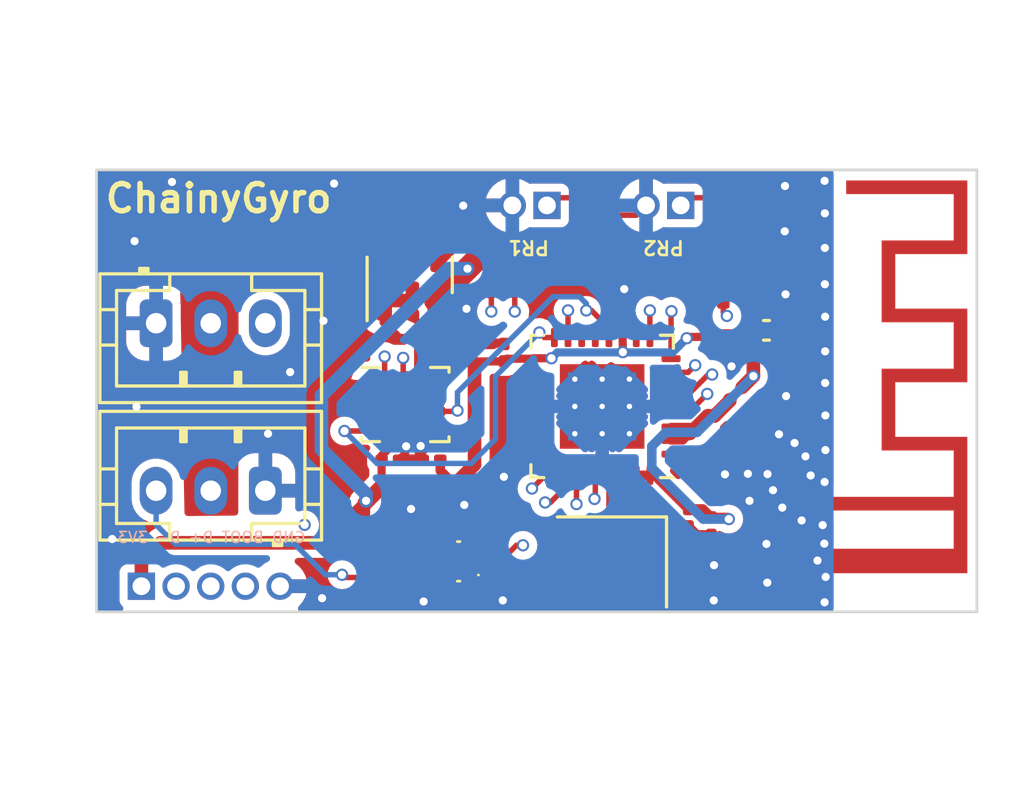
<source format=kicad_pcb>
(kicad_pcb (version 20221018) (generator pcbnew)
  (layers (0 "F.Cu" signal) (1 "In1.Cu" signal) (2 "In2.Cu" signal) (31 "B.Cu" signal) (34 "B.Paste" user) (35 "F.Paste" user) (36 "B.SilkS" user "B.Silkscreen") (37 "F.SilkS" user "F.Silkscreen") (38 "B.Mask" user) (39 "F.Mask" user) (44 "Edge.Cuts" user))
  (net 0 "")
  (net 1 "BOOT")
  (net 2 "SCL")
  (net 3 "GND")
  (net 4 "SDA")
  (net 5 "VIN")
  (net 6 "PR1")
  (net 7 "PR2")
  (net 8 "INT1")
  (net 9 "INT2")
  (net 12 "+3V3")
  (net 13 "Net-(C5-Pad1)")
  (net 14 "XTAL_N")
  (net 15 "Net-(IC1-VDD3P3_1)")
  (net 16 "Net-(IC1-CHIP_EN)")
  (net 17 "RX")
  (net 18 "USB_D-")
  (net 19 "USB_D+")
  (net 21 "Net-(IC2-1A)")
  (net 22 "XTAL_P")
  (net 23 "TX")
  (net 35 "LNA")
  (net 36 "Net-(AE1-Pad2)")
  (footprint "RF_Antenna:Texas_SWRA117D_2.4GHz_Left" (layer "F.Cu") (at 141.75 100.735 -90)
    (fp_text reference "AE1" hide)
    (fp_text value "PCB Antenna 2.4GHz 50Ohm")
    (fp_poly (pts (xy -2.45 -2.51) (xy -4.45 -2.51) (xy -4.45 -5.15) (xy -7.15 -5.15) (xy -7.15 -2.51) (xy -9.15 -2.51) (xy -9.15 -5.15) (xy -11.85 -5.15) (xy -11.85 -0.71) (xy -11.35 -0.71) (xy -11.35 -4.65) (xy -9.65 -4.65) (xy -9.65 -2.01) (xy -6.65 -2.01) (xy -6.65 -4.65) (xy -4.95 -4.65) (xy -4.95 -2.01) (xy -1.95 -2.01) (xy -1.95 -4.65) (xy -0.25 -4.65) (xy -0.25 0.25) (xy 0.25 0.25) (xy 0.25 -4.65) (xy 1.65 -4.65) (xy 1.65 0.25) (xy 2.55 0.25) (xy 2.55 0.006785) (xy 2.247583 0.006785) (xy 2.237742 0.054395) (xy 2.213674 0.096797) (xy 2.175731 0.129581) (xy 2.167819 0.133935) (xy 2.125156 0.146043) (xy 2.076637 0.1453) (xy 2.031122 0.1324) (xy 2.012511 0.121787) (xy 1.978868 0.086553) (xy 1.958309 0.041368) (xy 1.951778 -0.008158) (xy 1.960218 -0.056417) (xy 1.977112 -0.088643) (xy 2.012372 -0.121313) (xy 2.057682 -0.141408) (xy 2.107267 -0.147982) (xy 2.155353 -0.140092) (xy 2.188245 -0.123186) (xy 2.223185 -0.086416) (xy 2.242847 -0.041622) (xy 2.247583 0.006785) (xy 2.55 0.006785) (xy 2.55 -5.15) (xy -2.45 -5.15) (xy -2.45 -2.51)) (fill solid) (layer "F.Cu"))
    (pad "1" smd rect (at 2.1 0 270) (size 0.9 0.5) (layers "F.Cu") (net 3 "GND"))
    (pad "2" connect rect (at 0 0 270) (size 0.5 0.5) (layers "F.Cu") (net 36 "Net-(AE1-Pad2)"))
  )
  (footprint "Resistor_SMD:R_0201_0603Metric" (layer "F.Cu") (at 129.93 103.03 -90)
    (fp_text reference "R5" hide)
    (fp_text value "499R")
    (pad "1" smd roundrect (at -0.32 0 270) (size 0.46 0.4) (layers "F.Cu" "F.Mask") (net 23 "TX"))
    (pad "2" smd roundrect (at 0.32 0 270) (size 0.46 0.4) (layers "F.Cu" "F.Mask") (net 21 "Net-(IC2-1A)"))
  )
  (footprint "Capacitor_SMD:C_0201_0603Metric" (layer "F.Cu") (at 124.35 92.46 -90)
    (fp_text reference "C15" hide)
    (fp_text value "1uF")
    (pad "1" smd roundrect (at -0.32 0 270) (size 0.46 0.4) (layers "F.Cu" "F.Mask") (net 5 "VIN"))
    (pad "2" smd roundrect (at 0.32 0 270) (size 0.46 0.4) (layers "F.Cu" "F.Mask") (net 3 "GND"))
  )
  (footprint "Inductor_SMD:L_0201_0603Metric" (layer "F.Cu") (at 138.275 98.91)
    (fp_text reference "L2" hide)
    (fp_text value "2.2nH")
    (pad "1" smd roundrect (at -0.32 0) (size 0.46 0.4) (layers "F.Cu" "F.Mask") (net 35 "LNA"))
    (pad "2" smd roundrect (at 0.32 0) (size 0.46 0.4) (layers "F.Cu" "F.Mask") (net 36 "Net-(AE1-Pad2)"))
  )
  (footprint "Capacitor_SMD:C_0201_0603Metric" (layer "F.Cu") (at 139.41 95.35)
    (fp_text reference "C4" hide)
    (fp_text value "100nF")
    (pad "1" smd roundrect (at -0.32 0) (size 0.46 0.4) (layers "F.Cu" "F.Mask") (net 12 "+3V3"))
    (pad "2" smd roundrect (at 0.32 0) (size 0.46 0.4) (layers "F.Cu" "F.Mask") (net 3 "GND"))
  )
  (footprint "Capacitor_SMD:C_0201_0603Metric" (layer "F.Cu") (at 139.41 98.565 90)
    (fp_text reference "C13" hide)
    (fp_text value "3.3pF")
    (pad "1" smd roundrect (at -0.32 0 90) (size 0.46 0.4) (layers "F.Cu" "F.Mask") (net 36 "Net-(AE1-Pad2)"))
    (pad "2" smd roundrect (at 0.32 0 90) (size 0.46 0.4) (layers "F.Cu" "F.Mask") (net 3 "GND"))
  )
  (footprint "Capacitor_SMD:C_0201_0603Metric" (layer "F.Cu") (at 136.68 101.25 -90)
    (fp_text reference "C9" hide)
    (fp_text value "1uF")
    (pad "1" smd roundrect (at -0.32 0 270) (size 0.46 0.4) (layers "F.Cu" "F.Mask") (net 12 "+3V3"))
    (pad "2" smd roundrect (at 0.32 0 270) (size 0.46 0.4) (layers "F.Cu" "F.Mask") (net 3 "GND"))
  )
  (footprint "Package_TO_SOT_SMD:SOT-23" (layer "F.Cu") (at 126.47 92.35 90)
    (fp_text reference "U1" hide)
    (fp_text value "H7233-1")
    (pad "1" smd roundrect (at -0.9375 -0.95 90) (size 1.475 0.6) (layers "F.Cu" "F.Paste" "F.Mask") (net 3 "GND"))
    (pad "2" smd roundrect (at -0.9375 0.95 90) (size 1.475 0.6) (layers "F.Cu" "F.Paste" "F.Mask") (net 12 "+3V3"))
    (pad "3" smd roundrect (at 0.9375 0 90) (size 1.475 0.6) (layers "F.Cu" "F.Paste" "F.Mask") (net 5 "VIN"))
  )
  (footprint "Capacitor_SMD:C_0201_0603Metric" (layer "F.Cu") (at 138.75 89.84 -90)
    (fp_text reference "C3" hide)
    (fp_text value "100nF")
    (pad "1" smd roundrect (at -0.32 0 270) (size 0.46 0.4) (layers "F.Cu" "F.Mask") (net 7 "PR2"))
    (pad "2" smd roundrect (at 0.32 0 270) (size 0.46 0.4) (layers "F.Cu" "F.Mask") (net 3 "GND"))
  )
  (footprint "Resistor_SMD:R_0201_0603Metric" (layer "F.Cu") (at 129.44 92.65 -90)
    (fp_text reference "R8" hide)
    (fp_text value "10k")
    (pad "1" smd roundrect (at -0.32 0 270) (size 0.46 0.4) (layers "F.Cu" "F.Mask") (net 12 "+3V3"))
    (pad "2" smd roundrect (at 0.32 0 270) (size 0.46 0.4) (layers "F.Cu" "F.Mask") (net 4 "SDA"))
  )
  (footprint "Package_LGA:LGA-14_3x2.5mm_P0.5mm_LayoutBorder3x4y" (layer "F.Cu") (at 126.3 97.1)
    (fp_text reference "U2" hide)
    (fp_text value "LSM6DS3TR-C" hide)
    (pad "1" smd roundrect (at -1.1625 -0.75) (size 0.625 0.35) (layers "F.Cu" "F.Paste" "F.Mask") (net 3 "GND"))
    (pad "2" smd roundrect (at -1.1625 -0.25) (size 0.625 0.35) (layers "F.Cu" "F.Paste" "F.Mask") (net 3 "GND"))
    (pad "3" smd roundrect (at -1.1625 0.25) (size 0.625 0.35) (layers "F.Cu" "F.Paste" "F.Mask") (net 3 "GND"))
    (pad "4" smd roundrect (at -1.1625 0.75) (size 0.625 0.35) (layers "F.Cu" "F.Paste" "F.Mask") (net 8 "INT1"))
    (pad "5" smd roundrect (at -0.5 0.9125) (size 0.35 0.625) (layers "F.Cu" "F.Paste" "F.Mask") (net 12 "+3V3"))
    (pad "6" smd roundrect (at 0 0.9125) (size 0.35 0.625) (layers "F.Cu" "F.Paste" "F.Mask") (net 3 "GND"))
    (pad "7" smd roundrect (at 0.5 0.9125) (size 0.35 0.625) (layers "F.Cu" "F.Paste" "F.Mask") (net 3 "GND"))
    (pad "8" smd roundrect (at 1.1625 0.75) (size 0.625 0.35) (layers "F.Cu" "F.Paste" "F.Mask") (net 12 "+3V3"))
    (pad "9" smd roundrect (at 1.1625 0.25) (size 0.625 0.35) (layers "F.Cu" "F.Paste" "F.Mask") (net 9 "INT2"))
    (pad "10" smd roundrect (at 1.1625 -0.25) (size 0.625 0.35) (layers "F.Cu" "F.Paste" "F.Mask"))
    (pad "11" smd roundrect (at 1.1625 -0.75) (size 0.625 0.35) (layers "F.Cu" "F.Paste" "F.Mask"))
    (pad "12" smd roundrect (at 0.5 -0.9125) (size 0.35 0.625) (layers "F.Cu" "F.Paste" "F.Mask") (net 12 "+3V3"))
    (pad "13" smd roundrect (at 0 -0.9125) (size 0.35 0.625) (layers "F.Cu" "F.Paste" "F.Mask") (net 2 "SCL"))
    (pad "14" smd roundrect (at -0.5 -0.9125) (size 0.35 0.625) (layers "F.Cu" "F.Paste" "F.Mask") (net 4 "SDA"))
  )
  (footprint "Capacitor_SMD:C_0201_0603Metric" (layer "F.Cu") (at 131.31 103.35 90)
    (fp_text reference "C8" hide)
    (fp_text value "16pF")
    (pad "1" smd roundrect (at -0.32 0 90) (size 0.46 0.4) (layers "F.Cu" "F.Mask") (net 14 "XTAL_N"))
    (pad "2" smd roundrect (at 0.32 0 90) (size 0.46 0.4) (layers "F.Cu" "F.Mask") (net 3 "GND"))
  )
  (footprint "Resistor_SMD:R_0201_0603Metric" (layer "F.Cu") (at 126.09 103.12 90)
    (fp_text reference "R6" hide)
    (fp_text value "10k")
    (pad "1" smd roundrect (at -0.32 0 90) (size 0.46 0.4) (layers "F.Cu" "F.Mask") (net 17 "RX"))
    (pad "2" smd roundrect (at 0.32 0 90) (size 0.46 0.4) (layers "F.Cu" "F.Mask") (net 12 "+3V3"))
  )
  (footprint "Inductor_SMD:L_0201_0603Metric" (layer "F.Cu") (at 138.426274 96.693726 -135)
    (fp_text reference "L1" hide)
    (fp_text value "2nH")
    (pad "1" smd roundrect (at -0.32 0 225) (size 0.46 0.4) (layers "F.Cu" "F.Mask") (net 12 "+3V3"))
    (pad "2" smd roundrect (at 0.32 0 225) (size 0.46 0.4) (layers "F.Cu" "F.Mask") (net 15 "Net-(IC1-VDD3P3_1)"))
  )
  (footprint "Connector_JST:JST_PH_B3B-PH-K_1x03_P2.00mm_Vertical" (layer "F.Cu") (at 117.18 94.12)
    (fp_text reference "J1" hide)
    (fp_text value "Conn_01x03_Female")
    (pad "1" thru_hole roundrect (at 0 0) (size 1.2 1.75) (drill 0.75) (layers "*.Cu" "*.Mask") (roundrect_rratio 0.2083333333) (net 3 "GND"))
    (pad "2" thru_hole oval (at 2 0) (size 1.2 1.75) (drill 0.75) (layers "*.Cu" "*.Mask") (net 5 "VIN"))
    (pad "3" thru_hole oval (at 4 0) (size 1.2 1.75) (drill 0.75) (layers "*.Cu" "*.Mask") (net 17 "RX"))
  )
  (footprint "Resistor_SMD:R_0201_0603Metric" (layer "F.Cu") (at 130.29 92.64 -90)
    (fp_text reference "R7" hide)
    (fp_text value "10k")
    (pad "1" smd roundrect (at -0.32 0 270) (size 0.46 0.4) (layers "F.Cu" "F.Mask") (net 12 "+3V3"))
    (pad "2" smd roundrect (at 0.32 0 270) (size 0.46 0.4) (layers "F.Cu" "F.Mask") (net 2 "SCL"))
  )
  (footprint "Capacitor_SMD:C_0201_0603Metric" (layer "F.Cu") (at 126.86 102.485 90)
    (fp_text reference "C17" hide)
    (fp_text value "100nF")
    (pad "1" smd roundrect (at -0.32 0 90) (size 0.46 0.4) (layers "F.Cu" "F.Mask") (net 12 "+3V3"))
    (pad "2" smd roundrect (at 0.32 0 90) (size 0.46 0.4) (layers "F.Cu" "F.Mask") (net 3 "GND"))
  )
  (footprint "Capacitor_SMD:C_0201_0603Metric" (layer "F.Cu") (at 136.5 103.13 -90)
    (fp_text reference "C5" hide)
    (fp_text value "16pF")
    (pad "1" smd roundrect (at -0.32 0 270) (size 0.46 0.4) (layers "F.Cu" "F.Mask") (net 13 "Net-(C5-Pad1)"))
    (pad "2" smd roundrect (at 0.32 0 270) (size 0.46 0.4) (layers "F.Cu" "F.Mask") (net 3 "GND"))
  )
  (footprint "Connector_JST:JST_PH_B3B-PH-K_1x03_P2.00mm_Vertical" (layer "F.Cu") (at 121.18 100.26 180)
    (fp_text reference "J2" hide)
    (fp_text value "Conn_01x03_Female")
    (pad "1" thru_hole roundrect (at 0 0 180) (size 1.2 1.75) (drill 0.75) (layers "*.Cu" "*.Mask") (roundrect_rratio 0.2083333333) (net 3 "GND"))
    (pad "2" thru_hole oval (at 2 0 180) (size 1.2 1.75) (drill 0.75) (layers "*.Cu" "*.Mask") (net 5 "VIN"))
    (pad "3" thru_hole oval (at 4 0 180) (size 1.2 1.75) (drill 0.75) (layers "*.Cu" "*.Mask") (net 17 "RX"))
  )
  (footprint "Capacitor_SMD:C_0402_1005Metric" (layer "F.Cu") (at 139.54 94.38)
    (fp_text reference "C2" hide)
    (fp_text value "10uF")
    (pad "1" smd roundrect (at -0.48 0) (size 0.56 0.62) (layers "F.Cu" "F.Paste" "F.Mask") (net 12 "+3V3"))
    (pad "2" smd roundrect (at 0.48 0) (size 0.56 0.62) (layers "F.Cu" "F.Paste" "F.Mask") (net 3 "GND"))
  )
  (footprint "Capacitor_SMD:C_0201_0603Metric" (layer "F.Cu") (at 125.76 99.13)
    (fp_text reference "C18" hide)
    (fp_text value "100nF")
    (pad "1" smd roundrect (at -0.32 0) (size 0.46 0.4) (layers "F.Cu" "F.Mask") (net 12 "+3V3"))
    (pad "2" smd roundrect (at 0.32 0) (size 0.46 0.4) (layers "F.Cu" "F.Mask") (net 3 "GND"))
  )
  (footprint "Capacitor_SMD:C_0201_0603Metric" (layer "F.Cu") (at 129.93 95.2 90)
    (fp_text reference "C14" hide)
    (fp_text value "100nF")
    (pad "1" smd roundrect (at -0.32 0 90) (size 0.46 0.4) (layers "F.Cu" "F.Mask") (net 12 "+3V3"))
    (pad "2" smd roundrect (at 0.32 0 90) (size 0.46 0.4) (layers "F.Cu" "F.Mask") (net 3 "GND"))
  )
  (footprint "Package_DFN_QFN:QFN-32-1EP_5x5mm_P0.5mm_EP3.1x3.1mm_ThermalVias" (layer "F.Cu") (at 133.52 97.17 180)
    (fp_text reference "IC1" hide)
    (fp_text value "ESP32-C3FH4")
    (pad "1" smd roundrect (at -2.525 -1.75 180) (size 0.7 0.25) (layers "F.Cu" "F.Paste" "F.Mask") (net 35 "LNA"))
    (pad "2" smd roundrect (at -2.525 -1.25 180) (size 0.7 0.25) (layers "F.Cu" "F.Paste" "F.Mask") (net 15 "Net-(IC1-VDD3P3_1)"))
    (pad "3" smd roundrect (at -2.525 -0.75 180) (size 0.7 0.25) (layers "F.Cu" "F.Paste" "F.Mask") (net 15 "Net-(IC1-VDD3P3_1)"))
    (pad "4" smd roundrect (at -2.525 -0.25 180) (size 0.7 0.25) (layers "F.Cu" "F.Paste" "F.Mask") (net 2 "SCL"))
    (pad "5" smd roundrect (at -2.525 0.25 180) (size 0.7 0.25) (layers "F.Cu" "F.Paste" "F.Mask") (net 4 "SDA"))
    (pad "6" smd roundrect (at -2.525 0.75 180) (size 0.7 0.25) (layers "F.Cu" "F.Paste" "F.Mask"))
    (pad "7" smd roundrect (at -2.525 1.25 180) (size 0.7 0.25) (layers "F.Cu" "F.Paste" "F.Mask") (net 16 "Net-(IC1-CHIP_EN)"))
    (pad "8" smd roundrect (at -2.525 1.75 180) (size 0.7 0.25) (layers "F.Cu" "F.Paste" "F.Mask") (net 7 "PR2"))
    (pad "9" smd roundrect (at -1.75 2.525 270) (size 0.7 0.25) (layers "F.Cu" "F.Paste" "F.Mask") (net 6 "PR1"))
    (pad "10" smd roundrect (at -1.25 2.525 270) (size 0.7 0.25) (layers "F.Cu" "F.Paste" "F.Mask"))
    (pad "11" smd roundrect (at -0.75 2.525 270) (size 0.7 0.25) (layers "F.Cu" "F.Paste" "F.Mask") (net 12 "+3V3"))
    (pad "12" smd roundrect (at -0.25 2.525 270) (size 0.7 0.25) (layers "F.Cu" "F.Paste" "F.Mask") (net 9 "INT2"))
    (pad "13" smd roundrect (at 0.25 2.525 270) (size 0.7 0.25) (layers "F.Cu" "F.Paste" "F.Mask"))
    (pad "14" smd roundrect (at 0.75 2.525 270) (size 0.7 0.25) (layers "F.Cu" "F.Paste" "F.Mask"))
    (pad "15" smd roundrect (at 1.25 2.525 270) (size 0.7 0.25) (layers "F.Cu" "F.Paste" "F.Mask") (net 1 "BOOT"))
    (pad "16" smd roundrect (at 1.75 2.525 270) (size 0.7 0.25) (layers "F.Cu" "F.Paste" "F.Mask") (net 8 "INT1"))
    (pad "17" smd roundrect (at 2.525 1.75) (size 0.7 0.25) (layers "F.Cu" "F.Paste" "F.Mask") (net 12 "+3V3"))
    (pad "18" smd roundrect (at 2.525 1.25) (size 0.7 0.25) (layers "F.Cu" "F.Paste" "F.Mask"))
    (pad "19" smd roundrect (at 2.525 0.75) (size 0.7 0.25) (layers "F.Cu" "F.Paste" "F.Mask"))
    (pad "20" smd roundrect (at 2.525 0.25) (size 0.7 0.25) (layers "F.Cu" "F.Paste" "F.Mask"))
    (pad "21" smd roundrect (at 2.525 -0.25) (size 0.7 0.25) (layers "F.Cu" "F.Paste" "F.Mask"))
    (pad "22" smd roundrect (at 2.525 -0.75) (size 0.7 0.25) (layers "F.Cu" "F.Paste" "F.Mask"))
    (pad "23" smd roundrect (at 2.525 -1.25) (size 0.7 0.25) (layers "F.Cu" "F.Paste" "F.Mask"))
    (pad "24" smd roundrect (at 2.525 -1.75) (size 0.7 0.25) (layers "F.Cu" "F.Paste" "F.Mask"))
    (pad "25" smd roundrect (at 1.75 -2.525 90) (size 0.7 0.25) (layers "F.Cu" "F.Paste" "F.Mask") (net 18 "USB_D-"))
    (pad "26" smd roundrect (at 1.25 -2.525 90) (size 0.7 0.25) (layers "F.Cu" "F.Paste" "F.Mask") (net 19 "USB_D+"))
    (pad "27" smd roundrect (at 0.75 -2.525 90) (size 0.7 0.25) (layers "F.Cu" "F.Paste" "F.Mask") (net 17 "RX"))
    (pad "28" smd roundrect (at 0.25 -2.525 90) (size 0.7 0.25) (layers "F.Cu" "F.Paste" "F.Mask") (net 23 "TX"))
    (pad "29" smd roundrect (at -0.25 -2.525 90) (size 0.7 0.25) (layers "F.Cu" "F.Paste" "F.Mask") (net 14 "XTAL_N"))
    (pad "30" smd roundrect (at -0.75 -2.525 90) (size 0.7 0.25) (layers "F.Cu" "F.Paste" "F.Mask") (net 22 "XTAL_P"))
    (pad "31" smd roundrect (at -1.25 -2.525 90) (size 0.7 0.25) (layers "F.Cu" "F.Paste" "F.Mask") (net 12 "+3V3"))
    (pad "32" smd roundrect (at -1.75 -2.525 90) (size 0.7 0.25) (layers "F.Cu" "F.Paste" "F.Mask") (net 12 "+3V3"))
    (pad "33" thru_hole circle (at -1 -1 180) (size 0.5 0.5) (drill 0.2) (layers "*.Cu") (net 3 "GND"))
    (pad "33" thru_hole circle (at -1 0 180) (size 0.5 0.5) (drill 0.2) (layers "*.Cu") (net 3 "GND"))
    (pad "33" thru_hole circle (at -1 1 180) (size 0.5 0.5) (drill 0.2) (layers "*.Cu") (net 3 "GND"))
    (pad "33" thru_hole circle (at 0 -1 180) (size 0.5 0.5) (drill 0.2) (layers "*.Cu") (net 3 "GND"))
    (pad "33" thru_hole circle (at 0 0 180) (size 0.5 0.5) (drill 0.2) (layers "*.Cu") (net 3 "GND"))
    (pad "33" smd rect (at 0 0 180) (size 2.5 2.5) (layers "B.Cu") (net 3 "GND"))
    (pad "33" smd rect (at 0 0 180) (size 3.1 3.1) (layers "F.Cu" "F.Mask") (net 3 "GND"))
    (pad "33" thru_hole circle (at 0 1 180) (size 0.5 0.5) (drill 0.2) (layers "*.Cu") (net 3 "GND"))
    (pad "33" thru_hole circle (at 1 -1 180) (size 0.5 0.5) (drill 0.2) (layers "*.Cu") (net 3 "GND"))
    (pad "33" thru_hole circle (at 1 0 180) (size 0.5 0.5) (drill 0.2) (layers "*.Cu") (net 3 "GND"))
    (pad "33" thru_hole circle (at 1 1 180) (size 0.5 0.5) (drill 0.2) (layers "*.Cu") (net 3 "GND"))
  )
  (footprint "74LVC2G07GM:PESD3V3L5UF115" (layer "F.Cu") (at 128.263 102.85 90)
    (fp_text reference "IC2" hide)
    (fp_text value "74LVC2G07GM,132" hide)
    (pad "1" smd rect (at -0.5 0.337 180) (size 0.37 0.425) (layers "F.Cu" "F.Paste" "F.Mask") (net 21 "Net-(IC2-1A)"))
    (pad "2" smd rect (at 0 0.337 180) (size 0.37 0.425) (layers "F.Cu" "F.Paste" "F.Mask") (net 3 "GND"))
    (pad "3" smd rect (at 0.5 0.337 180) (size 0.37 0.425) (layers "F.Cu" "F.Paste" "F.Mask") (net 3 "GND"))
    (pad "4" smd rect (at 0.5 -0.337 180) (size 0.37 0.425) (layers "F.Cu" "F.Paste" "F.Mask"))
    (pad "5" smd rect (at 0 -0.337 180) (size 0.37 0.425) (layers "F.Cu" "F.Paste" "F.Mask") (net 12 "+3V3"))
    (pad "6" smd rect (at -0.5 -0.337 180) (size 0.37 0.425) (layers "F.Cu" "F.Paste" "F.Mask") (net 17 "RX"))
  )
  (footprint "Connector_PinHeader_1.27mm:PinHeader_1x02_P1.27mm_Vertical" (layer "F.Cu") (at 136.4 89.8 -90)
    (fp_text reference "J4" hide)
    (fp_text value "Conn_01x02_Socket")
    (pad "1" thru_hole rect (at 0 0 270) (size 1 1) (drill 0.65) (layers "*.Cu" "*.Mask") (net 7 "PR2"))
    (pad "2" thru_hole oval (at 0 1.27 270) (size 1 1) (drill 0.65) (layers "*.Cu" "*.Mask") (net 3 "GND"))
  )
  (footprint "Resistor_SMD:R_0201_0603Metric" (layer "F.Cu") (at 132.86 89.84 90)
    (fp_text reference "R4" hide)
    (fp_text value "10k")
    (pad "1" smd roundrect (at -0.32 0 90) (size 0.46 0.4) (layers "F.Cu" "F.Mask") (net 12 "+3V3"))
    (pad "2" smd roundrect (at 0.32 0 90) (size 0.46 0.4) (layers "F.Cu" "F.Mask") (net 6 "PR1"))
  )
  (footprint "Resistor_SMD:R_0201_0603Metric" (layer "F.Cu") (at 137.85 89.84 90)
    (fp_text reference "R3" hide)
    (fp_text value "10k")
    (pad "1" smd roundrect (at -0.32 0 90) (size 0.46 0.4) (layers "F.Cu" "F.Mask") (net 12 "+3V3"))
    (pad "2" smd roundrect (at 0.32 0 90) (size 0.46 0.4) (layers "F.Cu" "F.Mask") (net 7 "PR2"))
  )
  (footprint "Capacitor_SMD:C_0201_0603Metric" (layer "F.Cu") (at 137.52 101.56 -90)
    (fp_text reference "C10" hide)
    (fp_text value "10nF")
    (pad "1" smd roundrect (at -0.32 0 270) (size 0.46 0.4) (layers "F.Cu" "F.Mask") (net 12 "+3V3"))
    (pad "2" smd roundrect (at 0.32 0 270) (size 0.46 0.4) (layers "F.Cu" "F.Mask") (net 3 "GND"))
  )
  (footprint "Connector_PinHeader_1.27mm:PinHeader_1x02_P1.27mm_Vertical" (layer "F.Cu") (at 131.5 89.8 -90)
    (fp_text reference "J5" hide)
    (fp_text value "Conn_01x02_Socket")
    (pad "1" thru_hole rect (at 0 0 270) (size 1 1) (drill 0.65) (layers "*.Cu" "*.Mask") (net 6 "PR1"))
    (pad "2" thru_hole oval (at 0 1.27 270) (size 1 1) (drill 0.65) (layers "*.Cu" "*.Mask") (net 3 "GND"))
  )
  (footprint "Connector_PinHeader_1.27mm:PinHeader_1x05_P1.27mm_Vertical" (layer "F.Cu") (at 116.64 103.76 90)
    (fp_text reference "J3" hide)
    (fp_text value "Conn_01x05_Female")
    (pad "1" thru_hole rect (at 0 0 90) (size 1 1) (drill 0.65) (layers "*.Cu" "*.Mask") (net 12 "+3V3"))
    (pad "2" thru_hole oval (at 0 1.27 90) (size 1 1) (drill 0.65) (layers "*.Cu" "*.Mask") (net 19 "USB_D+"))
    (pad "3" thru_hole oval (at 0 2.54 90) (size 1 1) (drill 0.65) (layers "*.Cu" "*.Mask") (net 18 "USB_D-"))
    (pad "4" thru_hole oval (at 0 3.81 90) (size 1 1) (drill 0.65) (layers "*.Cu" "*.Mask") (net 1 "BOOT"))
    (pad "5" thru_hole oval (at 0 5.08 90) (size 1 1) (drill 0.65) (layers "*.Cu" "*.Mask") (net 3 "GND"))
  )
  (footprint "Capacitor_SMD:C_0201_0603Metric" (layer "F.Cu") (at 137.63 92.6 180)
    (fp_text reference "C7" hide)
    (fp_text value "100nF")
    (pad "1" smd roundrect (at -0.32 0 180) (size 0.46 0.4) (layers "F.Cu" "F.Mask") (net 16 "Net-(IC1-CHIP_EN)"))
    (pad "2" smd roundrect (at 0.32 0 180) (size 0.46 0.4) (layers "F.Cu" "F.Mask") (net 3 "GND"))
  )
  (footprint "Capacitor_SMD:C_0201_0603Metric" (layer "F.Cu") (at 126.46 94.71 180)
    (fp_text reference "C16" hide)
    (fp_text value "1uF")
    (pad "1" smd roundrect (at -0.32 0 180) (size 0.46 0.4) (layers "F.Cu" "F.Mask") (net 12 "+3V3"))
    (pad "2" smd roundrect (at 0.32 0 180) (size 0.46 0.4) (layers "F.Cu" "F.Mask") (net 3 "GND"))
  )
  (footprint "Resistor_SMD:R_0201_0603Metric" (layer "F.Cu") (at 137.64 93.39 180)
    (fp_text reference "R2" hide)
    (fp_text value "22k")
    (pad "1" smd roundrect (at -0.32 0 180) (size 0.46 0.4) (layers "F.Cu" "F.Mask") (net 16 "Net-(IC1-CHIP_EN)"))
    (pad "2" smd roundrect (at 0.32 0 180) (size 0.46 0.4) (layers "F.Cu" "F.Mask") (net 12 "+3V3"))
  )
  (footprint "Capacitor_SMD:C_0201_0603Metric" (layer "F.Cu") (at 137.12 99.25 -90)
    (fp_text reference "C11" hide)
    (fp_text value "3.3pF")
    (pad "1" smd roundrect (at -0.32 0 270) (size 0.46 0.4) (layers "F.Cu" "F.Mask") (net 35 "LNA"))
    (pad "2" smd roundrect (at 0.32 0 270) (size 0.46 0.4) (layers "F.Cu" "F.Mask") (net 3 "GND"))
  )
  (footprint "Capacitor_SMD:C_0201_0603Metric" (layer "F.Cu") (at 137.91 94.94 -90)
    (fp_text reference "C12" hide)
    (fp_text value "100nF")
    (pad "1" smd roundrect (at -0.32 0 270) (size 0.46 0.4) (layers "F.Cu" "F.Mask") (net 12 "+3V3"))
    (pad "2" smd roundrect (at 0.32 0 270) (size 0.46 0.4) (layers "F.Cu" "F.Mask") (net 3 "GND"))
  )
  (footprint "Resistor_SMD:R_0201_0603Metric" (layer "F.Cu") (at 134.66 100.72)
    (fp_text reference "R1" hide)
    (fp_text value "0R")
    (pad "1" smd roundrect (at -0.32 0) (size 0.46 0.4) (layers "F.Cu" "F.Mask") (net 22 "XTAL_P"))
    (pad "2" smd roundrect (at 0.32 0) (size 0.46 0.4) (layers "F.Cu" "F.Mask") (net 13 "Net-(C5-Pad1)"))
  )
  (footprint "Capacitor_SMD:C_0201_0603Metric" (layer "F.Cu") (at 127.27 99.13 180)
    (fp_text reference "C19" hide)
    (fp_text value "100nF")
    (pad "1" smd roundrect (at -0.32 0 180) (size 0.46 0.4) (layers "F.Cu" "F.Mask") (net 12 "+3V3"))
    (pad "2" smd roundrect (at 0.32 0 180) (size 0.46 0.4) (layers "F.Cu" "F.Mask") (net 3 "GND"))
  )
  (footprint "Capacitor_SMD:C_0201_0603Metric" (layer "F.Cu") (at 133.725 89.84 -90)
    (fp_text reference "C1" hide)
    (fp_text value "100nF")
    (pad "1" smd roundrect (at -0.32 0 270) (size 0.46 0.4) (layers "F.Cu" "F.Mask") (net 6 "PR1"))
    (pad "2" smd roundrect (at 0.32 0 270) (size 0.46 0.4) (layers "F.Cu" "F.Mask") (net 3 "GND"))
  )
  (footprint "Capacitor_SMD:C_0201_0603Metric" (layer "F.Cu") (at 137.87 97.74 -45)
    (fp_text reference "C6" hide)
    (fp_text value "100nF")
    (pad "1" smd roundrect (at -0.32 0 315) (size 0.46 0.4) (layers "F.Cu" "F.Mask") (net 15 "Net-(IC1-VDD3P3_1)"))
    (pad "2" smd roundrect (at 0.32 0 315) (size 0.46 0.4) (layers "F.Cu" "F.Mask") (net 3 "GND"))
  )
  (footprint "Crystal:Crystal_SMD_3225-4Pin_3.2x2.5mm" (layer "F.Cu") (at 133.88 102.87 180)
    (fp_text reference "Y1" hide)
    (fp_text value "Crystal_GND23")
    (pad "1" smd rect (at -1.1 0.85 180) (size 1.4 1.2) (layers "F.Cu" "F.Paste" "F.Mask") (net 13 "Net-(C5-Pad1)"))
    (pad "2" smd rect (at 1.1 0.85 180) (size 1.4 1.2) (layers "F.Cu" "F.Paste" "F.Mask") (net 3 "GND"))
    (pad "3" smd rect (at 1.1 -0.85 180) (size 1.4 1.2) (layers "F.Cu" "F.Paste" "F.Mask") (net 14 "XTAL_N"))
    (pad "4" smd rect (at -1.1 -0.85 180) (size 1.4 1.2) (layers "F.Cu" "F.Paste" "F.Mask") (net 3 "GND"))
  )
  (gr_line (start 115 104.7) (end 115 88.5) (stroke (width 0.1)) (layer "Edge.Cuts"))
  (gr_line (start 147.25 88.5) (end 115 88.5) (stroke (width 0.1)) (layer "Edge.Cuts"))
  (gr_line (start 115 104.7) (end 147.25 104.7) (stroke (width 0.1)) (layer "Edge.Cuts"))
  (gr_line (start 147.25 104.7) (end 147.25 88.5) (stroke (width 0.1)) (layer "Edge.Cuts"))
  (gr_text "GND BOOT D+ D- 3V3" (at 119.21 101.97) (layer "B.SilkS") (effects (font (size 0.4 0.4) (thickness 0.06)) (justify mirror)))
  (gr_text "PR2" (at 136.57 91.05 180) (layer "F.SilkS") (effects (font (size 0.5 0.5) (thickness 0.1) bold) (justify left bottom)))
  (gr_text "PR1" (at 131.63 91.05 180) (layer "F.SilkS") (effects (font (size 0.5 0.5) (thickness 0.1) bold) (justify left bottom)))
  (gr_text "ChainyGyro" (at 115.22 90.13) (layer "F.SilkS") (effects (font (size 1 1) (thickness 0.2) bold) (justify left bottom)))
  (segment (start 132.27 93.65) (end 132.27 94.645) (width 0.2) (layer "F.Cu") (net 1))
  (via (at 132.27 93.65) (size 0.45) (drill 0.3) (layers "F.Cu" "B.Cu") (net 1))
  (segment (start 130.32 92.99) (end 130.29 92.96) (width 0.2) (layer "F.Cu") (net 2))
  (segment (start 126.23 96.1175) (end 126.3 96.1875) (width 0.2) (layer "F.Cu") (net 2))
  (segment (start 130.32 93.69) (end 130.32 92.99) (width 0.2) (layer "F.Cu") (net 2))
  (segment (start 136.045 97.42) (end 136.66 97.42) (width 0.2) (layer "F.Cu") (net 2))
  (segment (start 126.23 95.39) (end 126.23 96.1175) (width 0.2) (layer "F.Cu") (net 2))
  (segment (start 136.66 97.42) (end 137.37 96.71) (width 0.2) (layer "F.Cu") (net 2))
  (via (at 137.37 96.71) (size 0.45) (drill 0.3) (layers "F.Cu" "B.Cu") (net 2))
  (via (at 126.23 95.39) (size 0.45) (drill 0.3) (layers "F.Cu" "B.Cu") (net 2))
  (via (at 130.32 93.69) (size 0.45) (drill 0.3) (layers "F.Cu" "B.Cu") (net 2))
  (segment (start 136.68 101.57) (end 136.99 101.88) (width 0.35) (layer "F.Cu") (net 3))
  (segment (start 126.86 101.27) (end 126.86 102.165) (width 0.2) (layer "F.Cu") (net 3))
  (segment (start 126.3 98.0125) (end 126.8 98.0125) (width 0.3) (layer "F.Cu") (net 3))
  (segment (start 125.52 93.2875) (end 125.52 94.09) (width 0.3) (layer "F.Cu") (net 3))
  (segment (start 132.32 102.02) (end 131.31 103.03) (width 0.2) (layer "F.Cu") (net 3))
  (segment (start 125.1375 97.35) (end 124.21 97.35) (width 0.3) (layer "F.Cu") (net 3))
  (segment (start 125.1375 96.35) (end 125.1375 97.35) (width 0.3) (layer "F.Cu") (net 3))
  (segment (start 136.23 103.72) (end 136.5 103.45) (width 0.2) (layer "F.Cu") (net 3))
  (segment (start 126.3 98.59) (end 126.34 98.63) (width 0.3) (layer "F.Cu") (net 3))
  (segment (start 126.08 99.13) (end 126.13 99.13) (width 0.2) (layer "F.Cu") (net 3))
  (segment (start 126.8 98.69) (end 126.8 98.98) (width 0.3) (layer "F.Cu") (net 3))
  (segment (start 126.3 98.0125) (end 126.3 98.59) (width 0.3) (layer "F.Cu") (net 3))
  (segment (start 126.95 99.13) (end 126.87 99.13) (width 0.2) (layer "F.Cu") (net 3))
  (segment (start 125.52 93.2875) (end 124.8575 93.2875) (width 0.35) (layer "F.Cu") (net 3))
  (segment (start 134.77 90.16) (end 135.13 89.8) (width 0.2) (layer "F.Cu") (net 3))
  (segment (start 126.52 100.93) (end 126.86 101.27) (width 0.2) (layer "F.Cu") (net 3))
  (segment (start 137.91 95.26) (end 137.91 95.35) (width 0.2) (layer "F.Cu") (net 3))
  (segment (start 136.99 101.88) (end 137.52 101.88) (width 0.35) (layer "F.Cu") (net 3))
  (segment (start 124.8575 93.2875) (end 124.35 92.78) (width 0.35) (layer "F.Cu") (net 3))
  (segment (start 125.1375 96.35) (end 124.2 96.35) (width 0.3) (layer "F.Cu") (net 3))
  (segment (start 126.8 98.55) (end 126.87 98.62) (width 0.3) (layer "F.Cu") (net 3))
  (segment (start 126.87 98.62) (end 126.8 98.69) (width 0.3) (layer "F.Cu") (net 3))
  (segment (start 137.91 95.35) (end 138.26 95.7) (width 0.2) (layer "F.Cu") (net 3))
  (segment (start 126.3 98.67) (end 126.3 98.91) (width 0.3) (layer "F.Cu") (net 3))
  (segment (start 126.8 98.98) (end 126.95 99.13) (width 0.3) (layer "F.Cu") (net 3))
  (segment (start 128.6 102.85) (end 128.6 100.91) (width 0.2) (layer "F.Cu") (net 3))
  (segment (start 124.2 96.35) (end 124.18 96.37) (width 0.3) (layer "F.Cu") (net 3))
  (segment (start 133.725 90.16) (end 134.77 90.16) (width 0.2) (layer "F.Cu") (net 3))
  (segment (start 132.78 102.02) (end 132.32 102.02) (width 0.2) (layer "F.Cu") (net 3))
  (segment (start 128.6 100.91) (end 128.47 100.78) (width 0.2) (layer "F.Cu") (net 3))
  (segment (start 125.52 94.09) (end 126.14 94.71) (width 0.3) (layer "F.Cu") (net 3))
  (segment (start 134.98 103.72) (end 136.23 103.72) (width 0.2) (layer "F.Cu") (net 3))
  (segment (start 126.3 98.91) (end 126.08 99.13) (width 0.3) (layer "F.Cu") (net 3))
  (segment (start 126.34 98.63) (end 126.3 98.67) (width 0.3) (layer "F.Cu") (net 3))
  (segment (start 126.8 98.0125) (end 126.8 98.55) (width 0.3) (layer "F.Cu") (net 3))
  (via (at 129.88 104.28) (size 0.45) (drill 0.3) (layers "F.Cu" "B.Cu") (net 3))
  (via (at 121.28 98.17) (size 0.45) (drill 0.3) (layers "F.Cu" "B.Cu") (net 3))
  (via (at 141.68 92.69) (size 0.45) (drill 0.3) (layers "F.Cu" "B.Cu") (net 3))
  (via (at 123.7 89) (size 0.45) (drill 0.3) (layers "F.Cu" "B.Cu") (net 3))
  (via (at 140.83 101.35) (size 0.45) (drill 0.3) (layers "F.Cu" "B.Cu") (net 3))
  (via (at 141.6 101.52) (size 0.45) (drill 0.3) (layers "F.Cu" "B.Cu") (net 3))
  (via (at 140.97 99) (size 0.45) (drill 0.3) (layers "F.Cu" "B.Cu") (net 3))
  (via (at 123.31 94.03) (size 0.45) (drill 0.3) (layers "F.Cu" "B.Cu") (net 3))
  (via (at 141.68 90.09) (size 0.45) (drill 0.3) (layers "F.Cu" "B.Cu") (net 3))
  (via (at 141.69 96.31) (size 0.45) (drill 0.3) (layers "F.Cu" "B.Cu") (net 3))
  (via (at 141.67 99.94) (size 0.45) (drill 0.3) (layers "F.Cu" "B.Cu") (net 3))
  (via (at 126.87 98.62) (size 0.45) (drill 0.3) (layers "F.Cu" "B.Cu") (net 3))
  (via (at 139.57 103.63) (size 0.45) (drill 0.3) (layers "F.Cu" "B.Cu") (net 3))
  (via (at 140 98.19) (size 0.45) (drill 0.3) (layers "F.Cu" "B.Cu") (net 3))
  (via (at 138.26 95.7) (size 0.45) (drill 0.3) (layers "F.Cu" "B.Cu") (net 3))
  (via (at 128.55 93.59) (size 0.45) (drill 0.3) (layers "F.Cu" "B.Cu") (net 3))
  (via (at 140.21 90.75) (size 0.45) (drill 0.3) (layers "F.Cu" "B.Cu") (net 3))
  (via (at 141.7 98.77) (size 0.45) (drill 0.3) (layers "F.Cu" "B.Cu") (net 3))
  (via (at 140.12 100.88) (size 0.45) (drill 0.3) (layers "F.Cu" "B.Cu") (net 3))
  (via (at 126.98 104.32) (size 0.45) (drill 0.3) (layers "F.Cu" "B.Cu") (net 3))
  (via (at 129.92 99.75) (size 0.45) (drill 0.3) (layers "F.Cu" "B.Cu") (net 3))
  (via (at 141.7 97.5) (size 0.45) (drill 0.3) (layers "F.Cu" "B.Cu") (net 3))
  (via (at 126.34 98.63) (size 0.45) (drill 0.3) (layers "F.Cu" "B.Cu") (net 3))
  (via (at 140.24 93.06) (size 0.45) (drill 0.3) (layers "F.Cu" "B.Cu") (net 3))
  (via (at 141.68 91.36) (size 0.45) (drill 0.3) (layers "F.Cu" "B.Cu") (net 3))
  (via (at 141.71 103.42) (size 0.45) (drill 0.3) (layers "F.Cu" "B.Cu") (net 3))
  (via (at 141.41 102.82) (size 0.45) (drill 0.3) (layers "F.Cu" "B.Cu") (net 3))
  (via (at 140.22 89.09) (size 0.45) (drill 0.3) (layers "F.Cu" "B.Cu") (net 3))
  (via (at 141.16 99.7) (size 0.45) (drill 0.3) (layers "F.Cu" "B.Cu") (net 3))
  (via (at 126.52 100.93) (size 0.45) (drill 0.3) (layers "F.Cu" "B.Cu") (net 3))
  (via (at 139.78 100.24) (size 0.45) (drill 0.3) (layers "F.Cu" "B.Cu") (net 3))
  (via (at 140.57 98.51) (size 0.45) (drill 0.3) (layers "F.Cu" "B.Cu") (net 3))
  (via (at 115.57 102.03) (size 0.45) (drill 0.3) (layers "F.Cu" "B.Cu") (net 3))
  (via (at 122.09 95.91) (size 0.45) (drill 0.3) (layers "F.Cu" "B.Cu") (net 3))
  (via (at 141.67 88.9) (size 0.45) (drill 0.3) (layers "F.Cu" "B.Cu") (net 3))
  (via (at 139.58 99.65) (size 0.45) (drill 0.3) (layers "F.Cu" "B.Cu") (net 3))
  (via (at 138.86 99.64) (size 0.45) (drill 0.3) (layers "F.Cu" "B.Cu") (net 3))
  (via (at 117.76 88.94) (size 0.45) (drill 0.3) (layers "F.Cu" "B.Cu") (net 3))
  (via (at 139.54 102.21) (size 0.45) (drill 0.3) (layers "F.Cu" "B.Cu") (net 3))
  (via (at 141.67 104.35) (size 0.45) (drill 0.3) (layers "F.Cu" "B.Cu") (net 3))
  (via (at 116.46 97.18) (size 0.45) (drill 0.3) (layers "F.Cu" "B.Cu") (net 3))
  (via (at 128.47 100.78) (size 0.45) (drill 0.3) (layers "F.Cu" "B.Cu") (net 3))
  (via (at 138.02 99.66) (size 0.45) (drill 0.3) (layers "F.Cu" "B.Cu") (net 3))
  (via (at 134.33 92.87) (size 0.45) (drill 0.3) (layers "F.Cu" "B.Cu") (net 3))
  (via (at 128.43 89.81) (size 0.45) (drill 0.3) (layers "F.Cu" "B.Cu") (net 3))
  (via (at 141.69 93.88) (size 0.45) (drill 0.3) (layers "F.Cu" "B.Cu") (net 3))
  (via (at 137.62 102.99) (size 0.45) (drill 0.3) (layers "F.Cu" "B.Cu") (net 3))
  (via (at 116.39 91.11) (size 0.45) (drill 0.3) (layers "F.Cu" "B.Cu") (net 3))
  (via (at 123.26 104.2) (size 0.45) (drill 0.3) (layers "F.Cu" "B.Cu") (net 3))
  (via (at 138.92 100.63) (size 0.45) (drill 0.3) (layers "F.Cu" "B.Cu") (net 3))
  (via (at 141.69 95.15) (size 0.45) (drill 0.3) (layers "F.Cu" "B.Cu") (net 3))
  (via (at 140.26 96.79) (size 0.45) (drill 0.3) (layers "F.Cu" "B.Cu") (net 3))
  (via (at 137.61 104.28) (size 0.45) (drill 0.3) (layers "F.Cu" "B.Cu") (net 3))
  (via (at 141.66 102.2) (size 0.45) (drill 0.3) (layers "F.Cu" "B.Cu") (net 3))
  (segment (start 137.408248 96) (end 137.55 96) (width 0.2) (layer "F.Cu") (net 4))
  (segment (start 125.551589 95.341589) (end 125.551589 95.939089) (width 0.2) (layer "F.Cu") (net 4))
  (segment (start 136.045 96.92) (end 136.488248 96.92) (width 0.2) (layer "F.Cu") (net 4))
  (segment (start 129.46 92.99) (end 129.44 92.97) (width 0.2) (layer "F.Cu") (net 4))
  (segment (start 129.46 93.69) (end 129.46 92.99) (width 0.2) (layer "F.Cu") (net 4))
  (segment (start 136.488248 96.92) (end 137.408248 96) (width 0.2) (layer "F.Cu") (net 4))
  (segment (start 125.551589 95.939089) (end 125.8 96.1875) (width 0.2) (layer "F.Cu") (net 4))
  (via (at 125.551589 95.341589) (size 0.45) (drill 0.3) (layers "F.Cu" "B.Cu") (net 4))
  (via (at 137.55 96) (size 0.45) (drill 0.3) (layers "F.Cu" "B.Cu") (net 4))
  (via (at 129.46 93.69) (size 0.45) (drill 0.3) (layers "F.Cu" "B.Cu") (net 4))
  (segment (start 133.725 89.52) (end 131.78 89.52) (width 0.2) (layer "F.Cu") (net 6))
  (segment (start 131.78 89.52) (end 131.5 89.8) (width 0.2) (layer "F.Cu") (net 6))
  (segment (start 135.27 94.645) (end 135.27 93.65) (width 0.2) (layer "F.Cu") (net 6))
  (via (at 135.27 93.65) (size 0.45) (drill 0.3) (layers "F.Cu" "B.Cu") (net 6))
  (segment (start 136.045 95.42) (end 136.045 93.695) (width 0.2) (layer "F.Cu") (net 7))
  (segment (start 136.68 89.52) (end 136.4 89.8) (width 0.2) (layer "F.Cu") (net 7))
  (segment (start 138.75 89.52) (end 136.68 89.52) (width 0.2) (layer "F.Cu") (net 7))
  (segment (start 136.045 93.695) (end 136.06 93.68) (width 0.2) (layer "F.Cu") (net 7))
  (via (at 136.06 93.68) (size 0.45) (drill 0.3) (layers "F.Cu" "B.Cu") (net 7))
  (segment (start 124.9175 98.07) (end 125.1375 97.85) (width 0.2) (layer "F.Cu") (net 8))
  (segment (start 131.77 94.645) (end 131.405 94.645) (width 0.2) (layer "F.Cu") (net 8))
  (segment (start 131.405 94.645) (end 131.22 94.46) (width 0.2) (layer "F.Cu") (net 8))
  (segment (start 124.08 98.07) (end 124.9175 98.07) (width 0.2) (layer "F.Cu") (net 8))
  (via (at 131.22 94.46) (size 0.45) (drill 0.3) (layers "F.Cu" "B.Cu") (net 8))
  (via (at 124.08 98.07) (size 0.45) (drill 0.3) (layers "F.Cu" "B.Cu") (net 8))
  (segment (start 129.61 96.07) (end 129.61 98.37) (width 0.2) (layer "B.Cu") (net 8))
  (segment (start 128.72 99.26) (end 125.27 99.26) (width 0.2) (layer "B.Cu") (net 8))
  (segment (start 129.61 98.37) (end 128.72 99.26) (width 0.2) (layer "B.Cu") (net 8))
  (segment (start 125.27 99.26) (end 124.08 98.07) (width 0.2) (layer "B.Cu") (net 8))
  (segment (start 131.22 94.46) (end 129.61 96.07) (width 0.2) (layer "B.Cu") (net 8))
  (segment (start 128.19 97.35) (end 128.22 97.32) (width 0.2) (layer "F.Cu") (net 9))
  (segment (start 133.77 94.295) (end 133.125 93.65) (width 0.2) (layer "F.Cu") (net 9))
  (segment (start 133.125 93.65) (end 132.94 93.65) (width 0.2) (layer "F.Cu") (net 9))
  (segment (start 133.77 94.645) (end 133.77 94.295) (width 0.2) (layer "F.Cu") (net 9))
  (segment (start 127.4625 97.35) (end 128.19 97.35) (width 0.2) (layer "F.Cu") (net 9))
  (via (at 128.22 97.32) (size 0.45) (drill 0.3) (layers "F.Cu" "B.Cu") (net 9))
  (via (at 132.94 93.65) (size 0.45) (drill 0.3) (layers "F.Cu" "B.Cu") (net 9))
  (segment (start 132.69 93.15) (end 131.72 93.15) (width 0.2) (layer "B.Cu") (net 9))
  (segment (start 132.94 93.65) (end 132.94 93.4) (width 0.2) (layer "B.Cu") (net 9))
  (segment (start 128.22 96.65) (end 128.22 97.32) (width 0.2) (layer "B.Cu") (net 9))
  (segment (start 131.72 93.15) (end 128.22 96.65) (width 0.2) (layer "B.Cu") (net 9))
  (segment (start 132.94 93.4) (end 132.69 93.15) (width 0.2) (layer "B.Cu") (net 9))
  (segment (start 137.86 91.545) (end 137.77 91.635) (width 0.2) (layer "F.Cu") (net 12))
  (segment (start 132.57 91.635) (end 137.77 91.635) (width 0.85) (layer "F.Cu") (net 12))
  (segment (start 132.885 91.32) (end 132.57 91.635) (width 0.2) (layer "F.Cu") (net 12))
  (segment (start 137.94 94.59) (end 137.91 94.62) (width 0.5) (layer "F.Cu") (net 12))
  (segment (start 127.42 93.2875) (end 128.5875 92.12) (width 0.85) (layer "F.Cu") (net 12))
  (segment (start 129.5 91.635) (end 130.25 91.635) (width 0.85) (layer "F.Cu") (net 12))
  (segment (start 138.1 101.24) (end 138.16 101.3) (width 0.35) (layer "F.Cu") (net 12))
  (segment (start 127.59 99.52) (end 128.11 100.04) (width 0.35) (layer "F.Cu") (net 12))
  (segment (start 126.855 102.8) (end 126.86 102.805) (width 0.3) (layer "F.Cu") (net 12))
  (segment (start 138.575 91.635) (end 139.06 92.12) (width 0.85) (layer "F.Cu") (net 12))
  (segment (start 127.42 93.2875) (end 127.42 94.19) (width 0.5) (layer "F.Cu") (net 12))
  (segment (start 127.59 99.13) (end 127.59 99.52) (width 0.35) (layer "F.Cu") (net 12))
  (segment (start 137.77 91.635) (end 138.575 91.635) (width 0.85) (layer "F.Cu") (net 12))
  (segment (start 131.010523 95.404477) (end 130.995 95.42) (width 0.3) (layer "F.Cu") (net 12))
  (segment (start 117.35 102.17) (end 123.03 102.17) (width 0.5) (layer "F.Cu") (net 12))
  (segment (start 127.42 94.19) (end 128.75 95.52) (width 0.5) (layer "F.Cu") (net 12))
  (segment (start 135.27 99.695) (end 135.445 99.695) (width 0.35) (layer "F.Cu") (net 12))
  (segment (start 123.04 102.16) (end 123.05 102.17) (width 0.5) (layer "F.Cu") (net 12))
  (segment (start 135.445 99.695) (end 136.68 100.93) (width 0.35) (layer "F.Cu") (net 12))
  (segment (start 123.03 102.17) (end 123.04 102.16) (width 0.5) (layer "F.Cu") (net 12))
  (segment (start 123.42 102.17) (end 124.87 100.72) (width 0.5) (layer "F.Cu") (net 12))
  (segment (start 124.96 100.63) (end 125.415 100.175) (width 0.5) (layer "F.Cu") (net 12))
  (segment (start 137.64 94.62) (end 136.67 94.62) (width 0.3) (layer "F.Cu") (net 12))
  (segment (start 130.03 95.42) (end 129.93 95.52) (width 0.3) (layer "F.Cu") (net 12))
  (segment (start 132.885 90.18) (end 132.885 91.32) (width 0.2) (layer "F.Cu") (net 12))
  (segment (start 126.905 102.85) (end 127.926 102.85) (width 0.2) (layer "F.Cu") (net 12))
  (segment (start 128.845 98.04) (end 128.845 99.305) (width 0.5) (layer "F.Cu") (net 12))
  (segment (start 134.28 95.18) (end 134.27 94.645) (width 0.3) (layer "F.Cu") (net 12))
  (segment (start 125.465 100.125) (end 125.415 100.175) (width 0.5) (layer "F.Cu") (net 12))
  (segment (start 137.91 94.62) (end 137.64 94.62) (width 0.3) (layer "F.Cu") (net 12))
  (segment (start 125.8 98.614312) (end 125.44 98.974312) (width 0.3) (layer "F.Cu") (net 12))
  (segment (start 137.52 101.24) (end 138.1 101.24) (width 0.35) (layer "F.Cu") (net 12))
  (segment (start 124.87 100.63) (end 124.87 101.58) (width 0.3) (layer "F.Cu") (net 12))
  (segment (start 130.29 92.32) (end 130.29 91.675) (width 0.35) (layer "F.Cu") (net 12))
  (segment (start 137.86 90.17) (end 137.86 91.545) (width 0.2) (layer "F.Cu") (net 12))
  (segment (start 116.64 103.76) (end 116.64 102.88) (width 0.5) (layer "F.Cu") (net 12))
  (segment (start 128.75 95.52) (end 129.93 95.52) (width 0.3) (layer "F.Cu") (net 12))
  (segment (start 126.09 102.8) (end 126.855 102.8) (width 0.3) (layer "F.Cu") (net 12))
  (segment (start 127.42 94.07) (end 126.78 94.71) (width 0.3) (layer "F.Cu") (net 12))
  (segment (start 128.845 95.615) (end 128.845 98.04) (width 0.5) (layer "F.Cu") (net 12))
  (segment (start 128.75 95.52) (end 128.845 95.615) (width 0.5) (layer "F.Cu") (net 12))
  (segment (start 137.32 93.39) (end 137.32 94.3) (width 0.2) (layer "F.Cu") (net 12))
  (segment (start 125.8 98.0125) (end 125.8 98.614312) (width 0.3) (layer "F.Cu") (net 12))
  (segment (start 126.78 94.71) (end 126.78 96.1675) (width 0.3) (layer "F.Cu") (net 12))
  (segment (start 125.44 98.974312) (end 125.44 99.13) (width 0.3) (layer "F.Cu") (net 12))
  (segment (start 127.6375 98.025) (end 128.83 98.025) (width 0.35) (layer "F.Cu") (net 12))
  (segment (start 128.025 100.125) (end 125.465 100.125) (width 0.5) (layer "F.Cu") (net 12))
  (segment (start 137.21 100.93) (end 137.52 101.24) (width 0.35) (layer "F.Cu") (net 12))
  (segment (start 127.42 93.2875) (end 127.42 94.07) (width 0.3) (layer "F.Cu") (net 12))
  (segment (start 139.06 96.06) (end 138.652548 96.467452) (width 0.5) (layer "F.Cu") (net 12))
  (segment (start 131.663731 95.404477) (end 131.010523 95.404477) (width 0.3) (layer "F.Cu") (net 12))
  (segment (start 126.86 102.805) (end 126.905 102.85) (width 0.2) (layer "F.Cu") (net 12))
  (segment (start 139.06 94.38) (end 138.85 94.59) (width 0.5) (layer "F.Cu") (net 12))
  (segment (start 136.67 94.62) (end 136.62 94.67) (width 0.3) (layer "F.Cu") (net 12))
  (segment (start 130.995 95.42) (end 130.03 95.42) (width 0.3) (layer "F.Cu") (net 12))
  (segment (start 125.44 99.93) (end 124.72 100.65) (width 0.3) (layer "F.Cu") (net 12))
  (segment (start 128.83 98.025) (end 128.845 98.04) (width 0.35) (layer "F.Cu") (net 12))
  (segment (start 134.77 99.695) (end 135.27 99.695) (width 0.35) (layer "F.Cu") (net 12))
  (segment (start 129.44 91.695) (end 129.5 91.635) (width 0.35) (layer "F.Cu") (net 12))
  (segment (start 125.44 99.13) (end 125.44 99.93) (width 0.3) (layer "F.Cu") (net 12))
  (segment (start 124.87 100.63) (end 124.96 100.63) (width 0.5) (layer "F.Cu") (net 12))
  (segment (start 130.25 91.635) (end 132.57 91.635) (width 0.85) (layer "F.Cu") (net 12))
  (segment (start 136.68 100.93) (end 137.21 100.93) (width 0.35) (layer "F.Cu") (net 12))
  (segment (start 124.87 100.72) (end 124.87 100.63) (width 0.5) (layer "F.Cu") (net 12))
  (segment (start 139.06 92.12) (end 139.06 94.38) (width 0.85) (layer "F.Cu") (net 12))
  (segment (start 127.4625 97.85) (end 127.6375 98.025) (width 0.35) (layer "F.Cu") (net 12))
  (segment (start 126.78 96.1675) (end 126.8 96.1875) (width 0.3) (layer "F.Cu") (net 12))
  (segment (start 139.06 94.38) (end 139.06 96.06) (width 0.5) (layer "F.Cu") (net 12))
  (segment (start 129.0725 91.635) (end 129.5 91.635) (width 0.85) (layer "F.Cu") (net 12))
  (segment (start 134.27 95.1455) (end 134.28 95.18) (width 0.3) (layer "F.Cu") (net 12))
  (segment (start 128.845 99.305) (end 128.11 100.04) (width 0.5) (layer "F.Cu") (net 12))
  (segment (start 116.64 102.88) (end 117.35 102.17) (width 0.5) (layer "F.Cu") (net 12))
  (segment (start 123.05 102.17) (end 123.42 102.17) (width 0.5) (layer "F.Cu") (net 12))
  (segment (start 138.85 94.59) (end 137.94 94.59) (width 0.5) (layer "F.Cu") (net 12))
  (segment (start 128.11 100.04) (end 128.025 100.125) (width 0.5) (layer "F.Cu") (net 12))
  (segment (start 137.32 94.3) (end 137.64 94.62) (width 0.2) (layer "F.Cu") (net 12))
  (segment (start 124.87 101.58) (end 126.09 102.8) (width 0.3) (layer "F.Cu") (net 12))
  (segment (start 129.44 92.33) (end 129.44 91.695) (width 0.35) (layer "F.Cu") (net 12))
  (segment (start 128.5875 92.12) (end 129.0725 91.635) (width 0.85) (layer "F.Cu") (net 12))
  (segment (start 130.29 91.675) (end 130.25 91.635) (width 0.35) (layer "F.Cu") (net 12))
  (via (at 139.06 96.06) (size 0.45) (drill 0.3) (layers "F.Cu" "B.Cu") (net 12))
  (via (at 136.62 94.67) (size 0.45) (drill 0.3) (layers "F.Cu" "B.Cu") (net 12))
  (via (at 128.5875 92.12) (size 0.45) (drill 0.3) (layers "F.Cu" "B.Cu") (net 12))
  (via (at 138.16 101.3) (size 0.45) (drill 0.3) (layers "F.Cu" "B.Cu") (net 12))
  (via (at 134.28 95.18) (size 0.45) (drill 0.3) (layers "F.Cu" "B.Cu") (net 12))
  (via (at 124.87 100.63) (size 0.45) (drill 0.3) (layers "F.Cu" "B.Cu") (net 12))
  (via (at 131.663731 95.404477) (size 0.45) (drill 0.3) (layers "F.Cu" "B.Cu") (net 12))
  (segment (start 127.89 92.12) (end 128.5875 92.12) (width 0.5) (layer "B.Cu") (net 12))
  (segment (start 135.85 98.12) (end 137 98.12) (width 0.35) (layer "B.Cu") (net 12))
  (segment (start 124.87 100.376446) (end 123.236777 98.743223) (width 0.5) (layer "B.Cu") (net 12))
  (segment (start 135.34 99.42) (end 135.34 98.63) (width 0.35) (layer "B.Cu") (net 12))
  (segment (start 123.236777 98.743223) (end 123.236777 96.773223) (width 0.5) (layer "B.Cu") (net 12))
  (segment (start 136.62 94.67) (end 136.1 95.19) (width 0.3) (layer "B.Cu") (net 12))
  (segment (start 137 98.12) (end 139.06 96.06) (width 0.35) (layer "B.Cu") (net 12))
  (segment (start 138.16 101.3) (end 137.22 101.3) (width 0.35) (layer "B.Cu") (net 12))
  (segment (start 131.878208 95.19) (end 131.663731 95.404477) (width 0.3) (layer "B.Cu") (net 12))
  (segment (start 123.236777 96.773223) (end 127.89 92.12) (width 0.5) (layer "B.Cu") (net 12))
  (segment (start 137.22 101.3) (end 135.34 99.42) (width 0.35) (layer "B.Cu") (net 12))
  (segment (start 124.87 100.376446) (end 124.87 100.63) (width 0.5) (layer "B.Cu") (net 12))
  (segment (start 136.1 95.19) (end 131.878208 95.19) (width 0.3) (layer "B.Cu") (net 12))
  (segment (start 135.34 98.63) (end 135.85 98.12) (width 0.35) (layer "B.Cu") (net 12))
  (segment (start 134.98 102.02) (end 135.71 102.02) (width 0.2) (layer "F.Cu") (net 13))
  (segment (start 134.98 102.02) (end 134.98 100.72) (width 0.2) (layer "F.Cu") (net 13))
  (segment (start 135.71 102.02) (end 136.5 102.81) (width 0.2) (layer "F.Cu") (net 13))
  (segment (start 131.36 103.72) (end 131.31 103.67) (width 0.2) (layer "F.Cu") (net 14))
  (segment (start 132.78 103.72) (end 133.77 102.73) (width 0.2) (layer "F.Cu") (net 14))
  (segment (start 132.78 103.72) (end 131.36 103.72) (width 0.2) (layer "F.Cu") (net 14))
  (segment (start 133.77 102.73) (end 133.77 99.695) (width 0.2) (layer "F.Cu") (net 14))
  (segment (start 136.479036 98.42) (end 137.209518 97.689518) (width 0.3) (layer "F.Cu") (net 15))
  (segment (start 136.045 97.92) (end 136.979037 97.92) (width 0.3) (layer "F.Cu") (net 15))
  (segment (start 137.643726 97.513726) (end 137.385311 97.513726) (width 0.5) (layer "F.Cu") (net 15))
  (segment (start 137.209518 97.689518) (end 137.385311 97.513726) (width 0.3) (layer "F.Cu") (net 15))
  (segment (start 136.979037 97.92) (end 137.209518 97.689518) (width 0.3) (layer "F.Cu") (net 15))
  (segment (start 136.045 98.42) (end 136.479036 98.42) (width 0.3) (layer "F.Cu") (net 15))
  (segment (start 137.385311 97.513726) (end 136.739037 98.16) (width 0.5) (layer "F.Cu") (net 15))
  (segment (start 138.192929 96.964523) (end 138.192929 96.927071) (width 0.5) (layer "F.Cu") (net 15))
  (segment (start 137.643726 97.513726) (end 138.192929 96.964523) (width 0.5) (layer "F.Cu") (net 15))
  (segment (start 136.67 95.92) (end 136.93 95.66) (width 0.2) (layer "F.Cu") (net 16))
  (segment (start 137.95 93.38) (end 137.96 93.39) (width 0.2) (layer "F.Cu") (net 16))
  (segment (start 137.96 93.39) (end 137.96 93.72) (width 0.2) (layer "F.Cu") (net 16))
  (segment (start 137.95 92.6) (end 137.95 93.38) (width 0.2) (layer "F.Cu") (net 16))
  (segment (start 136.045 95.92) (end 136.67 95.92) (width 0.2) (layer "F.Cu") (net 16))
  (segment (start 137.96 93.72) (end 138.09 93.85) (width 0.2) (layer "F.Cu") (net 16))
  (via (at 138.09 93.85) (size 0.45) (drill 0.3) (layers "F.Cu" "B.Cu") (net 16))
  (via (at 136.93 95.66) (size 0.45) (drill 0.3) (layers "F.Cu" "B.Cu") (net 16))
  (segment (start 127.926 103.35) (end 126.18 103.35) (width 0.2) (layer "F.Cu") (net 17))
  (segment (start 132.58 100.235) (end 132.58 100.75) (width 0.2) (layer "F.Cu") (net 17))
  (segment (start 132.77 99.695) (end 132.77 100.045) (width 0.2) (layer "F.Cu") (net 17))
  (segment (start 126.18 103.35) (end 126.09 103.44) (width 0.2) (layer "F.Cu") (net 17))
  (segment (start 132.77 100.045) (end 132.58 100.235) (width 0.2) (layer "F.Cu") (net 17))
  (segment (start 124.09 103.44) (end 123.99 103.34) (width 0.2) (layer "F.Cu") (net 17))
  (segment (start 126.09 103.44) (end 124.09 103.44) (width 0.2) (layer "F.Cu") (net 17))
  (via (at 132.58 100.75) (size 0.45) (drill 0.3) (layers "F.Cu" "B.Cu") (net 17))
  (via (at 123.99 103.34) (size 0.45) (drill 0.3) (layers "F.Cu" "B.Cu") (net 17))
  (segment (start 117.89 102.22) (end 117.18 101.51) (width 0.2) (layer "B.Cu") (net 17))
  (segment (start 117.18 101.51) (end 117.18 100.26) (width 0.2) (layer "B.Cu") (net 17))
  (segment (start 122.26 102.22) (end 117.89 102.22) (width 0.2) (layer "B.Cu") (net 17))
  (segment (start 123.38 103.34) (end 122.26 102.22) (width 0.2) (layer "B.Cu") (net 17))
  (segment (start 123.99 103.34) (end 123.38 103.34) (width 0.2) (layer "B.Cu") (net 17))
  (segment (start 131.77 99.695) (end 131.435 99.695) (width 0.2) (layer "F.Cu") (net 18))
  (segment (start 131.435 99.695) (end 130.95 100.18) (width 0.2) (layer "F.Cu") (net 18))
  (via (at 122.62 101.51) (size 0.45) (drill 0.3) (layers "F.Cu" "B.Cu") (net 18))
  (via (at 130.95 100.18) (size 0.45) (drill 0.3) (layers "F.Cu" "B.Cu") (net 18))
  (segment (start 131.625 100.69) (end 131.43 100.69) (width 0.2) (layer "F.Cu") (net 19))
  (segment (start 132.27 99.695) (end 132.27 100.045) (width 0.2) (layer "F.Cu") (net 19))
  (segment (start 132.27 100.045) (end 131.625 100.69) (width 0.2) (layer "F.Cu") (net 19))
  (via (at 131.43 100.69) (size 0.45) (drill 0.3) (layers "F.Cu" "B.Cu") (net 19))
  (segment (start 128.6 103.35) (end 129.93 103.35) (width 0.2) (layer "F.Cu") (net 21))
  (segment (start 134.27 100.65) (end 134.34 100.72) (width 0.2) (layer "F.Cu") (net 22))
  (segment (start 134.27 99.695) (end 134.27 100.65) (width 0.2) (layer "F.Cu") (net 22))
  (segment (start 133.27 100.53) (end 133.24 100.56) (width 0.2) (layer "F.Cu") (net 23))
  (segment (start 130.62 102.26) (end 130.38 102.26) (width 0.2) (layer "F.Cu") (net 23))
  (segment (start 133.27 99.695) (end 133.27 100.53) (width 0.2) (layer "F.Cu") (net 23))
  (segment (start 130.38 102.26) (end 129.93 102.71) (width 0.2) (layer "F.Cu") (net 23))
  (via (at 133.24 100.56) (size 0.45) (drill 0.3) (layers "F.Cu" "B.Cu") (net 23))
  (via (at 130.62 102.26) (size 0.45) (drill 0.3) (layers "F.Cu" "B.Cu") (net 23))
  (segment (start 136.045 98.92) (end 137.11 98.92) (width 0.368) (layer "F.Cu") (net 35))
  (segment (start 137.935 98.93) (end 137.955 98.91) (width 0.368) (layer "F.Cu") (net 35))
  (segment (start 137.12 98.93) (end 137.935 98.93) (width 0.368) (layer "F.Cu") (net 35))
  (segment (start 137.11 98.92) (end 137.12 98.93) (width 0.368) (layer "F.Cu") (net 35))
  (segment (start 139.41 98.885) (end 139.580919 98.883983) (width 0.368) (layer "F.Cu") (net 36))
  (segment (start 139.385 98.91) (end 139.41 98.885) (width 0.368) (layer "F.Cu") (net 36))
  (segment (start 138.595 98.91) (end 139.385 98.91) (width 0.368) (layer "F.Cu") (net 36))
  (segment (start 140.372221 99.537835) (end 140.441445 99.910421) (width 0.368) (layer "F.Cu") (net 36))
  (segment (start 141.403073 100.727523) (end 141.75 100.735) (width 0.368) (layer "F.Cu") (net 36))
  (arc (start 140.372221 99.537835) (mid 140.095264 99.067263) (end 139.580919 98.883983) (width 0.368) (layer "F.Cu") (net 36))
  (arc (start 140.441445 99.910421) (mid 140.777101 100.489805) (end 141.403073 100.727523) (width 0.368) (layer "F.Cu") (net 36))
  (zone (net 0) (net_name "") (layer "F.Cu") (connect_pads (clearance 0)) (min_thickness 0.25)
    (keepout (tracks allowed) (vias allowed) (pads allowed) (copperpour not_allowed) (footprints allowed))
    (fill (thermal_gap 0.5) (thermal_bridge_width 0.5))
    (polygon (pts (xy 124.5 95.53) (xy 128.05 95.51) (xy 128.05 98.58) (xy 124.49 98.57)))
  )
  (zone (net 5) (net_name "VIN") (layer "F.Cu") (priority 1) (connect_pads yes (clearance 0.3)) (min_thickness 0.25) (fill yes (thermal_gap 0.5) (thermal_bridge_width 0.5))
    (polygon (pts (xy 118.22 101.19) (xy 120.19 101.17) (xy 120.2 92.42) (xy 126.92 92.28) (xy 126.89 90.56) (xy 118.02 90.7)))
  )
  (zone (net 3) (net_name "GND") (layers "F.Cu" "In1.Cu" "In2.Cu" "B.Cu") (connect_pads (clearance 0.3)) (min_thickness 0.25) (fill yes (thermal_gap 0.5) (thermal_bridge_width 0.5))
    (polygon (pts (xy 112.12 88.12) (xy 143.5 87.59) (xy 143.75 106.46) (xy 112.04 106.54)))
  )
  (zone (net 0) (net_name "") (layers "F.Cu" "In1.Cu" "In2.Cu" "B.Cu") (name "AntennaKeepoutZone") (connect_pads (clearance 0)) (min_thickness 0.25)
    (keepout (tracks not_allowed) (vias not_allowed) (pads not_allowed) (copperpour not_allowed) (footprints not_allowed))
    (fill (thermal_gap 0.5) (thermal_bridge_width 0.5))
    (polygon (pts (xy 142 106.67) (xy 142.01 106.68) (xy 148.02 106.68) (xy 148.57 106.13) (xy 148.57 87.39) (xy 142.06 87.39) (xy 142 87.45) (xy 142 88.87)))
  )
)
</source>
